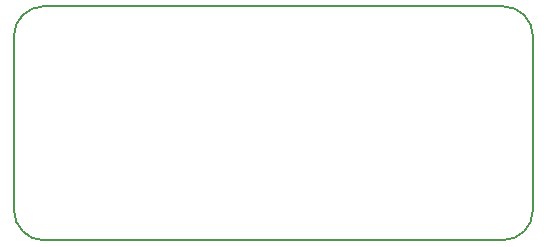
<source format=gbr>
G04 #@! TF.GenerationSoftware,KiCad,Pcbnew,(5.0.0)*
G04 #@! TF.CreationDate,2019-08-19T15:41:53-04:00*
G04 #@! TF.ProjectId,7segment,377365676D656E742E6B696361645F70,B*
G04 #@! TF.SameCoordinates,Original*
G04 #@! TF.FileFunction,Profile,NP*
%FSLAX46Y46*%
G04 Gerber Fmt 4.6, Leading zero omitted, Abs format (unit mm)*
G04 Created by KiCad (PCBNEW (5.0.0)) date 08/19/19 15:41:53*
%MOMM*%
%LPD*%
G01*
G04 APERTURE LIST*
%ADD10C,0.150000*%
G04 APERTURE END LIST*
D10*
X101727000Y-35814000D02*
G75*
G02X104267000Y-38354000I0J-2540000D01*
G01*
X104267000Y-53086000D02*
G75*
G02X101727000Y-55626000I-2540000J0D01*
G01*
X62865000Y-55626000D02*
G75*
G02X60325000Y-53086000I0J2540000D01*
G01*
X60325000Y-38354000D02*
G75*
G02X62865000Y-35814000I2540000J0D01*
G01*
X60325000Y-53086000D02*
X60325000Y-38354000D01*
X101727000Y-55626000D02*
X62865000Y-55626000D01*
X104267000Y-38354000D02*
X104267000Y-53086000D01*
X62865000Y-35814000D02*
X101727000Y-35814000D01*
M02*

</source>
